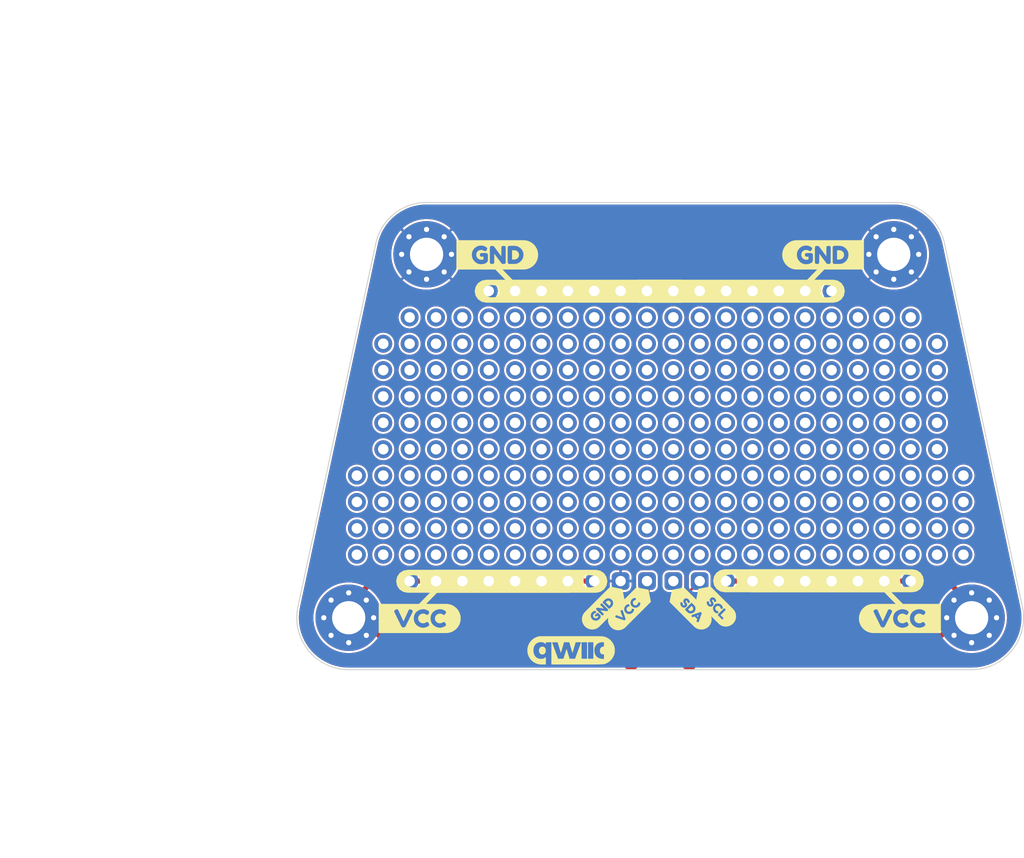
<source format=kicad_pcb>
(kicad_pcb (version 20211014) (generator pcbnew)
  (title_block (title "BornHack 2022 badge add-on template") (date "2022-06-26") (rev "1.0"))
  (layers (0 "F.Cu" signal) (31 "B.Cu" signal) (34 "B.Paste" user) (35 "F.Paste" user) (36 "B.SilkS" user "B.Silkscreen") (37 "F.SilkS" user "F.Silkscreen") (38 "B.Mask" user) (39 "F.Mask" user) (44 "Edge.Cuts" user))
  (net 0 "")
  (net 1 "GND")
  (net 2 "VCC")
  (net 3 "/SDA")
  (net 4 "/SCL")
  (footprint "Connectors:PTH_Proto_pad" (layer "F.Cu") (at 68.33 76.39)
    (fp_text reference "REF**" hide)
    (fp_text value "PTH_Proto_pad" hide)
  )
  (footprint "Connectors:PTH_Proto_pad" (layer "F.Cu") (at 81.03 63.69)
    (fp_text reference "REF**" hide)
    (fp_text value "PTH_Proto_pad" hide)
  )
  (footprint "Connectors:PTH_Proto_pad" (layer "F.Cu") (at 108.97 78.93)
    (fp_text reference "REF**" hide)
    (fp_text value "PTH_Proto_pad" hide)
  )
  (footprint "Connectors:PTH_Proto_pad" (layer "F.Cu") (at 70.87 73.85)
    (fp_text reference "REF**" hide)
    (fp_text value "PTH_Proto_pad" hide)
  )
  (footprint "Connectors:PTH_Proto_pad" (layer "F.Cu") (at 119.13 66.23)
    (fp_text reference "REF**" hide)
    (fp_text value "PTH_Proto_pad" hide)
  )
  (footprint "Connectors:PTH_Proto_pad" (layer "F.Cu") (at 86.11 76.39)
    (fp_text reference "REF**" hide)
    (fp_text value "PTH_Proto_pad" hide)
  )
  (footprint "Connectors:PTH_Proto_pad" (layer "F.Cu") (at 98.81 66.23)
    (fp_text reference "REF**" hide)
    (fp_text value "PTH_Proto_pad" hide)
  )
  (footprint "Connectors:PTH_Proto_pad" (layer "F.Cu") (at 96.27 78.93)
    (fp_text reference "REF**" hide)
    (fp_text value "PTH_Proto_pad" hide)
  )
  (footprint "Connectors:PTH_Proto_pad" (layer "F.Cu") (at 116.59 66.23)
    (fp_text reference "REF**" hide)
    (fp_text value "PTH_Proto_pad" hide)
  )
  (footprint "kibuzzard-62B83631" (layer "F.Cu") (at 100.35 83.89 -45)
    (fp_text reference "kibuzzard-62B83631" hide)
    (fp_text value "G***" hide)
  )
  (footprint "Connectors:PTH_Proto_pad" (layer "F.Cu") (at 101.35 66.23)
    (fp_text reference "REF**" hide)
    (fp_text value "PTH_Proto_pad" hide)
  )
  (footprint "Connectors:PTH_Proto_pad" (layer "F.Cu") (at 108.97 71.31)
    (fp_text reference "REF**" hide)
    (fp_text value "PTH_Proto_pad" hide)
  )
  (footprint "Connectors:PTH_Proto_pad" (layer "F.Cu") (at 98.81 58.61)
    (fp_text reference "REF**" hide)
    (fp_text value "PTH_Proto_pad" hide)
  )
  (footprint "Connectors:PTH_Proto_pad" (layer "F.Cu") (at 88.65 81.47)
    (fp_text reference "REF**" hide)
    (fp_text value "PTH_Proto_pad" hide)
  )
  (footprint "Connectors:PTH_Proto_pad" (layer "F.Cu") (at 114.05 58.61)
    (fp_text reference "REF**" hide)
    (fp_text value "PTH_Proto_pad" hide)
  )
  (footprint "Connectors:PTH_Proto_pad" (layer "F.Cu") (at 121.67 73.85)
    (fp_text reference "REF**" hide)
    (fp_text value "PTH_Proto_pad" hide)
  )
  (footprint "Connectors:PTH_Proto_pad" (layer "F.Cu") (at 88.65 73.85)
    (fp_text reference "REF**" hide)
    (fp_text value "PTH_Proto_pad" hide)
  )
  (footprint "Connectors:PTH_Proto_pad" (layer "F.Cu") (at 91.19 61.15)
    (fp_text reference "REF**" hide)
    (fp_text value "PTH_Proto_pad" hide)
  )
  (footprint "Connectors:PTH_Proto_pad" (layer "F.Cu") (at 83.57 53.53)
    (fp_text reference "REF**" hide)
    (fp_text value "PTH_Proto_pad" hide)
  )
  (footprint "Connectors:PTH_Proto_pad" (layer "F.Cu") (at 96.27 61.15)
    (fp_text reference "REF**" hide)
    (fp_text value "PTH_Proto_pad" hide)
  )
  (footprint "Connectors:PTH_Proto_pad" (layer "F.Cu") (at 83.57 81.47)
    (fp_text reference "REF**" hide)
    (fp_text value "PTH_Proto_pad" hide)
  )
  (footprint "Connectors:PTH_Proto_pad" (layer "F.Cu") (at 73.41 56.07)
    (fp_text reference "REF**" hide)
    (fp_text value "PTH_Proto_pad" hide)
  )
  (footprint "Connectors:PTH_Proto_pad" (layer "F.Cu") (at 88.65 68.77)
    (fp_text reference "REF**" hide)
    (fp_text value "PTH_Proto_pad" hide)
  )
  (footprint "kibuzzard-62B83731" (layer "F.Cu") (at 71.84 85.07)
    (fp_text reference "kibuzzard-62B83731" hide)
    (fp_text value "G***" hide)
  )
  (footprint "Connectors:PTH_Proto_pad" (layer "F.Cu") (at 78.49 61.15)
    (fp_text reference "REF**" hide)
    (fp_text value "PTH_Proto_pad" hide)
  )
  (footprint "Connectors:PTH_Proto_pad" (layer "F.Cu") (at 101.35 73.85)
    (fp_text reference "REF**" hide)
    (fp_text value "PTH_Proto_pad" hide)
  )
  (footprint "Connectors:PTH_Proto_pad" (layer "F.Cu") (at 98.81 78.93)
    (fp_text reference "REF**" hide)
    (fp_text value "PTH_Proto_pad" hide)
  )
  (footprint "Connectors:PTH_Proto_pad" (layer "F.Cu") (at 91.19 68.77)
    (fp_text reference "REF**" hide)
    (fp_text value "PTH_Proto_pad" hide)
  )
  (footprint "Connectors:PTH_Proto_pad" (layer "F.Cu") (at 91.19 73.85)
    (fp_text reference "REF**" hide)
    (fp_text value "PTH_Proto_pad" hide)
  )
  (footprint "Connectors:PTH_Proto_pad" (layer "F.Cu") (at 98.81 53.53)
    (fp_text reference "REF**" hide)
    (fp_text value "PTH_Proto_pad" hide)
  )
  (footprint "Connectors:PTH_Proto_pad" (layer "F.Cu") (at 106.43 76.39)
    (fp_text reference "REF**" hide)
    (fp_text value "PTH_Proto_pad" hide)
  )
  (footprint "Connectors:PTH_Proto_pad" (layer "F.Cu") (at 108.97 81.47)
    (fp_text reference "REF**" hide)
    (fp_text value "PTH_Proto_pad" hide)
  )
  (footprint "Connectors:PTH_Proto_pad" (layer "F.Cu") (at 111.51 56.07)
    (fp_text reference "REF**" hide)
    (fp_text value "PTH_Proto_pad" hide)
  )
  (footprint "Connectors:PTH_Proto_pad" (layer "F.Cu") (at 91.19 53.53)
    (fp_text reference "REF**" hide)
    (fp_text value "PTH_Proto_pad" hide)
  )
  (footprint "MountingHole:MountingHole_3.2mm_M3_Pad_Via" (layer "F.Cu") (at 125 85)
    (fp_text reference "REF**" hide)
    (fp_text value "MountingHole_3.2mm_M3_Pad_Via" hide)
  )
  (footprint "Connectors:PTH_Proto_pad" (layer "F.Cu") (at 93.73 66.23)
    (fp_text reference "REF**" hide)
    (fp_text value "PTH_Proto_pad" hide)
  )
  (footprint "Connectors:PTH_Proto_pad" (layer "F.Cu") (at 93.73 58.61)
    (fp_text reference "REF**" hide)
    (fp_text value "PTH_Proto_pad" hide)
  )
  (footprint "Connectors:PTH_Proto_pad" (layer "F.Cu") (at 124.21 76.39)
    (fp_text reference "REF**" hide)
    (fp_text value "PTH_Proto_pad" hide)
  )
  (footprint "Connectors:PTH_Proto_pad" (layer "F.Cu") (at 121.67 68.77)
    (fp_text reference "REF**" hide)
    (fp_text value "PTH_Proto_pad" hide)
  )
  (footprint "Connectors:PTH_Proto_pad" (layer "F.Cu") (at 116.59 63.69)
    (fp_text reference "REF**" hide)
    (fp_text value "PTH_Proto_pad" hide)
  )
  (footprint "kibuzzard-62B83747" (layer "F.Cu") (at 118.09 85.07)
    (fp_text reference "kibuzzard-62B83747" hide)
    (fp_text value "G***" hide)
  )
  (footprint "Connectors:PTH_Proto_pad" (layer "F.Cu") (at 78.49 76.39)
    (fp_text reference "REF**" hide)
    (fp_text value "PTH_Proto_pad" hide)
  )
  (footprint "Connectors:PTH_Proto_pad" (layer "F.Cu") (at 78.49 68.77)
    (fp_text reference "REF**" hide)
    (fp_text value "PTH_Proto_pad" hide)
  )
  (footprint "Connector_PinHeader_2.54mm:PinHeader_1x04_P2.54mm_Vertical" (layer "F.Cu") (at 91.19 81.47 90)
    (fp_text reference "J2" hide)
    (fp_text value "Conn_01x04_Male" hide)
  )
  (footprint "Connectors:PTH_Proto_pad" (layer "F.Cu") (at 68.33 78.93)
    (fp_text reference "REF**" hide)
    (fp_text value "PTH_Proto_pad" hide)
  )
  (footprint "Connectors:PTH_Proto_pad" (layer "F.Cu") (at 98.81 56.07)
    (fp_text reference "REF**" hide)
    (fp_text value "PTH_Proto_pad" hide)
  )
  (footprint "Connectors:PTH_Proto_pad" (layer "F.Cu") (at 83.57 71.31)
    (fp_text reference "REF**" hide)
    (fp_text value "PTH_Proto_pad" hide)
  )
  (footprint "Connectors:PTH_Proto_pad" (layer "F.Cu") (at 68.33 66.23)
    (fp_text reference "REF**" hide)
    (fp_text value "PTH_Proto_pad" hide)
  )
  (footprint "Connectors:PTH_Proto_pad" (layer "F.Cu") (at 86.11 53.53)
    (fp_text reference "REF**" hide)
    (fp_text value "PTH_Proto_pad" hide)
  )
  (footprint "kibuzzard-62B83614" (layer "F.Cu") (at 97.9 84.08 -45)
    (fp_text reference "kibuzzard-62B83614" hide)
    (fp_text value "G***" hide)
  )
  (footprint "Connectors:PTH_Proto_pad" (layer "F.Cu") (at 124.21 71.31)
    (fp_text reference "REF**" hide)
    (fp_text value "PTH_Proto_pad" hide)
  )
  (footprint "kibuzzard-62B83AAD" (layer "F.Cu") (at 81.04 81.49)
    (fp_text reference "kibuzzard-62B83AAD" hide)
    (fp_text value "G***" hide)
  )
  (footprint "kibuzzard-62B83AAD" (layer "F.Cu") (at 108.98 81.44)
    (fp_text reference "kibuzzard-62B83AAD" hide)
    (fp_text value "G***" hide)
  )
  (footprint "Connectors:PTH_Proto_pad" (layer "F.Cu") (at 103.89 68.77)
    (fp_text reference "REF**" hide)
    (fp_text value "PTH_Proto_pad" hide)
  )
  (footprint "kibuzzard-62B83AAD" (layer "F.Cu") (at 111.52 81.44)
    (fp_text reference "kibuzzard-62B83AAD" hide)
    (fp_text value "G***" hide)
  )
  (footprint "kibuzzard-62B8371F" (layer "F.Cu") (at 79.31 50.05)
    (fp_text reference "kibuzzard-62B8371F" hide)
    (fp_text value "G***" hide)
  )
  (footprint "Connectors:PTH_Proto_pad" (layer "F.Cu") (at 98.81 73.85)
    (fp_text reference "REF**" hide)
    (fp_text value "PTH_Proto_pad" hide)
  )
  (footprint "Connectors:PTH_Proto_pad" (layer "F.Cu") (at 96.27 58.61)
    (fp_text reference "REF**" hide)
    (fp_text value "PTH_Proto_pad" hide)
  )
  (footprint "Connectors:PTH_Proto_pad" (layer "F.Cu") (at 88.65 78.93)
    (fp_text reference "REF**" hide)
    (fp_text value "PTH_Proto_pad" hide)
  )
  (footprint "Connectors:PTH_Proto_pad" (layer "F.Cu") (at 91.19 76.39)
    (fp_text reference "REF**" hide)
    (fp_text value "PTH_Proto_pad" hide)
  )
  (footprint "Connectors:PTH_Proto_pad" (layer "F.Cu") (at 111.51 58.61)
    (fp_text reference "REF**" hide)
    (fp_text value "PTH_Proto_pad" hide)
  )
  (footprint "Connectors:PTH_Proto_pad" (layer "F.Cu") (at 98.81 63.69)
    (fp_text reference "REF**" hide)
    (fp_text value "PTH_Proto_pad" hide)
  )
  (footprint "Connectors:PTH_Proto_pad" (layer "F.Cu") (at 81.03 71.31)
    (fp_text reference "REF**" hide)
    (fp_text value "PTH_Proto_pad" hide)
  )
  (footprint "Connectors:PTH_Proto_pad" (layer "F.Cu") (at 70.87 61.15)
    (fp_text reference "REF**" hide)
    (fp_text value "PTH_Proto_pad" hide)
  )
  (footprint "Connectors:PTH_Proto_pad" (layer "F.Cu") (at 83.57 76.39)
    (fp_text reference "REF**" hide)
    (fp_text value "PTH_Proto_pad" hide)
  )
  (footprint "Connectors:PTH_Proto_pad" (layer "F.Cu") (at 108.97 58.61)
    (fp_text reference "REF**" hide)
    (fp_text value "PTH_Proto_pad" hide)
  )
  (footprint "Connectors:PTH_Proto_pad" (layer "F.Cu") (at 75.95 56.07)
    (fp_text reference "REF**" hide)
    (fp_text value "PTH_Proto_pad" hide)
  )
  (footprint "Connectors:PTH_Proto_pad" (layer "F.Cu") (at 116.59 68.77)
    (fp_text reference "REF**" hide)
    (fp_text value "PTH_Proto_pad" hide)
  )
  (footprint "Connectors:PTH_Proto_pad" (layer "F.Cu") (at 103.89 63.69)
    (fp_text reference "REF**" hide)
    (fp_text value "PTH_Proto_pad" hide)
  )
  (footprint "Connectors:PTH_Proto_pad" (layer "F.Cu") (at 78.49 58.61)
    (fp_text reference "REF**" hide)
    (fp_text value "PTH_Proto_pad" hide)
  )
  (footprint "Connectors:PTH_Proto_pad" (layer "F.Cu") (at 88.65 71.31)
    (fp_text reference "REF**" hide)
    (fp_text value "PTH_Proto_pad" hide)
  )
  (footprint "Connectors:PTH_Proto_pad" (layer "F.Cu") (at 121.67 71.31)
    (fp_text reference "REF**" hide)
    (fp_text value "PTH_Proto_pad" hide)
  )
  (footprint "Connectors:PTH_Proto_pad" (layer "F.Cu") (at 101.35 76.39)
    (fp_text reference "REF**" hide)
    (fp_text value "PTH_Proto_pad" hide)
  )
  (footprint "Connectors:PTH_Proto_pad" (layer "F.Cu") (at 121.67 63.69)
    (fp_text reference "REF**" hide)
    (fp_text value "PTH_Proto_pad" hide)
  )
  (footprint "Connectors:PTH_Proto_pad" (layer "F.Cu") (at 93.73 76.39)
    (fp_text reference "REF**" hide)
    (fp_text value "PTH_Proto_pad" hide)
  )
  (footprint "Connectors:PTH_Proto_pad" (layer "F.Cu") (at 116.59 58.61)
    (fp_text reference "REF**" hide)
    (fp_text value "PTH_Proto_pad" hide)
  )
  (footprint "Connectors:PTH_Proto_pad" (layer "F.Cu") (at 114.05 68.77)
    (fp_text reference "REF**" hide)
    (fp_text value "PTH_Proto_pad" hide)
  )
  (footprint "Connectors:PTH_Proto_pad" (layer "F.Cu") (at 93.73 56.07)
    (fp_text reference "REF**" hide)
    (fp_text value "PTH_Proto_pad" hide)
  )
  (footprint "Connectors:PTH_Proto_pad" (layer "F.Cu") (at 65.79 76.39)
    (fp_text reference "REF**" hide)
    (fp_text value "PTH_Proto_pad" hide)
  )
  (footprint "Connectors:PTH_Proto_pad" (layer "F.Cu") (at 68.33 61.15)
    (fp_text reference "REF**" hide)
    (fp_text value "PTH_Proto_pad" hide)
  )
  (footprint "Connectors:PTH_Proto_pad" (layer "F.Cu") (at 101.35 56.07)
    (fp_text reference "REF**" hide)
    (fp_text value "PTH_Proto_pad" hide)
  )
  (footprint "Connectors:PTH_Proto_pad" (layer "F.Cu") (at 73.41 63.69)
    (fp_text reference "REF**" hide)
    (fp_text value "PTH_Proto_pad" hide)
  )
  (footprint "Connectors:PTH_Proto_pad" (layer "F.Cu") (at 121.67 61.15)
    (fp_text reference "REF**" hide)
    (fp_text value "PTH_Proto_pad" hide)
  )
  (footprint "Connectors:PTH_Proto_pad" (layer "F.Cu") (at 91.19 78.93)
    (fp_text reference "REF**" hide)
    (fp_text value "PTH_Proto_pad" hide)
  )
  (footprint "Connectors:PTH_Proto_pad" (layer "F.Cu") (at 73.41 76.39)
    (fp_text reference "REF**" hide)
    (fp_text value "PTH_Proto_pad" hide)
  )
  (footprint "Connectors:PTH_Proto_pad" (layer "F.Cu") (at 111.51 66.23)
    (fp_text reference "REF**" hide)
    (fp_text value "PTH_Proto_pad" hide)
  )
  (footprint "Connectors:PTH_Proto_pad" (layer "F.Cu") (at 111.51 76.39)
    (fp_text reference "REF**" hide)
    (fp_text value "PTH_Proto_pad" hide)
  )
  (footprint "Connectors:PTH_Proto_pad" (layer "F.Cu") (at 81.03 66.23)
    (fp_text reference "REF**" hide)
    (fp_text value "PTH_Proto_pad" hide)
  )
  (footprint "Connectors:PTH_Proto_pad" (layer "F.Cu") (at 111.51 53.53)
    (fp_text reference "REF**" hide)
    (fp_text value "PTH_Proto_pad" hide)
  )
  (footprint "Connectors:PTH_Proto_pad" (layer "F.Cu") (at 111.51 61.15)
    (fp_text reference "REF**" hide)
    (fp_text value "PTH_Proto_pad" hide)
  )
  (footprint "Connectors:PTH_Proto_pad" (layer "F.Cu") (at 75.95 76.39)
    (fp_text reference "REF**" hide)
    (fp_text value "PTH_Proto_pad" hide)
  )
  (footprint "Connectors:PTH_Proto_pad" (layer "F.Cu") (at 78.49 63.69)
    (fp_text reference "REF**" hide)
    (fp_text value "PTH_Proto_pad" hide)
  )
  (footprint "Connectors:PTH_Proto_pad" (layer "F.Cu") (at 88.65 61.15)
    (fp_text reference "REF**" hide)
    (fp_text value "PTH_Proto_pad" hide)
  )
  (footprint "Connectors:PTH_Proto_pad" (layer "F.Cu") (at 83.57 61.15)
    (fp_text reference "REF**" hide)
    (fp_text value "PTH_Proto_pad" hide)
  )
  (footprint "Connectors:PTH_Proto_pad" (layer "F.Cu") (at 111.51 81.47)
    (fp_text reference "REF**" hide)
    (fp_text value "PTH_Proto_pad" hide)
  )
  (footprint "Connectors:PTH_Proto_pad" (layer "F.Cu") (at 70.87 56.07)
    (fp_text reference "REF**" hide)
    (fp_text value "PTH_Proto_pad" hide)
  )
  (footprint "Connectors:PTH_Proto_pad" (layer "F.Cu") (at 106.43 61.15)
    (fp_text reference "REF**" hide)
    (fp_text value "PTH_Proto_pad" hide)
  )
  (footprint "Connectors:PTH_Proto_pad" (layer "F.Cu") (at 98.81 61.15)
    (fp_text reference "REF**" hide)
    (fp_text value "PTH_Proto_pad" hide)
  )
  (footprint "Connectors:PTH_Proto_pad" (layer "F.Cu") (at 108.97 63.69)
    (fp_text reference "REF**" hide)
    (fp_text value "PTH_Proto_pad" hide)
  )
  (footprint "Connectors:PTH_Proto_pad" (layer "F.Cu") (at 103.89 71.31)
    (fp_text reference "REF**" hide)
    (fp_text value "PTH_Proto_pad" hide)
  )
  (footprint "Connectors:PTH_Proto_pad" (layer "F.Cu") (at 93.73 63.69)
    (fp_text reference "REF**" hide)
    (fp_text value "PTH_Proto_pad" hide)
  )
  (footprint "Connectors:PTH_Proto_pad" (layer "F.Cu") (at 106.43 53.53)
    (fp_text reference "REF**" hide)
    (fp_text value "PTH_Proto_pad" hide)
  )
  (footprint "LOGO" (layer "F.Cu") (at 86.375587 88.114973)
    (fp_text reference "G***" hide)
    (fp_text value "LOGO" hide)
  )
  (footprint "Connectors:PTH_Proto_pad" (layer "F.Cu") (at 75.95 63.69)
    (fp_text reference "REF**" hide)
    (fp_text value "PTH_Proto_pad" hide)
  )
  (footprint "MountingHole:MountingHole_3.2mm_M3_Pad_Via" (layer "F.Cu") (at 117.5 50)
    (fp_text reference "REF**" hide)
    (fp_text value "MountingHole_3.2mm_M3_Pad_Via" hide)
  )
  (footprint "Connectors:PTH_Proto_pad" (layer "F.Cu") (at 116.59 81.47)
    (fp_text reference "REF**" hide)
    (fp_text value "PTH_Proto_pad" hide)
  )
  (footprint "Connectors:PTH_Proto_pad" (layer "F.Cu") (at 93.73 53.53)
    (fp_text reference "REF**" hide)
    (fp_text value "PTH_Proto_pad" hide)
  )
  (footprint "Connectors:PTH_Proto_pad" (layer "F.Cu") (at 65.79 78.93)
    (fp_text reference "REF**" hide)
    (fp_text value "PTH_Proto_pad" hide)
  )
  (footprint "Connectors:PTH_Proto_pad" (layer "F.Cu") (at 96.27 76.39)
    (fp_text reference "REF**" hide)
    (fp_text value "PTH_Proto_pad" hide)
  )
  (footprint "Connectors:PTH_Proto_pad" (layer "F.Cu") (at 88.65 53.53)
    (fp_text reference "REF**" hide)
    (fp_text value "PTH_Proto_pad" hide)
  )
  (footprint "Connectors:PTH_Proto_pad" (layer "F.Cu") (at 108.97 73.85)
    (fp_text reference "REF**" hide)
    (fp_text value "PTH_Proto_pad" hide)
  )
  (footprint "Connectors:PTH_Proto_pad" (layer "F.Cu") (at 103.89 53.53)
    (fp_text reference "REF**" hide)
    (fp_text value "PTH_Proto_pad" hide)
  )
  (footprint "Connectors:PTH_Proto_pad" (layer "F.Cu") (at 114.05 66.23)
    (fp_text reference "REF**" hide)
    (fp_text value "PTH_Proto_pad" hide)
  )
  (footprint "Connectors:PTH_Proto_pad" (layer "F.Cu") (at 103.89 66.23)
    (fp_text reference "REF**" hide)
    (fp_text value "PTH_Proto_pad" hide)
  )
  (footprint "Connectors:PTH_Proto_pad" (layer "F.Cu") (at 108.97 53.53)
    (fp_text reference "REF**" hide)
    (fp_text value "PTH_Proto_pad" hide)
  )
  (footprint "Connectors:PTH_Proto_pad" (layer "F.Cu") (at 101.35 58.61)
    (fp_text reference "REF**" hide)
    (fp_text value "PTH_Proto_pad" hide)
  )
  (footprint "Connectors:PTH_Proto_pad" (layer "F.Cu") (at 103.89 76.39)
    (fp_text reference "REF**" hide)
    (fp_text value "PTH_Proto_pad" hide)
  )
  (footprint "Connectors:PTH_Proto_pad" (layer "F.Cu") (at 124.21 78.93)
    (fp_text reference "REF**" hide)
    (fp_text value "PTH_Proto_pad" hide)
  )
  (footprint "Connectors:PTH_Proto_pad" (layer "F.Cu") (at 114.05 63.69)
    (fp_text reference "REF**" hide)
    (fp_text value "PTH_Proto_pad" hide)
  )
  (footprint "Connectors:PTH_Proto_pad" (layer "F.Cu") (at 81.03 68.77)
    (fp_text reference "REF**" hide)
    (fp_text value "PTH_Proto_pad" hide)
  )
  (footprint "Connectors:PTH_Proto_pad" (layer "F.Cu") (at 81.03 76.39)
    (fp_text reference "REF**" hide)
    (fp_text value "PTH_Proto_pad" hide)
  )
  (footprint "Connectors:PTH_Proto_pad" (layer "F.Cu") (at 101.35 68.77)
    (fp_text reference "REF**" hide)
    (fp_text value "PTH_Proto_pad" hide)
  )
  (footprint "Connectors:PTH_Proto_pad" (layer "F.Cu") (at 93.73 73.85)
    (fp_text reference "REF**" hide)
    (fp_text value "PTH_Proto_pad" hide)
  )
  (footprint "Connectors:PTH_Proto_pad" (layer "F.Cu") (at 114.05 56.07)
    (fp_text reference "REF**" hide)
    (fp_text value "PTH_Proto_pad" hide)
  )
  (footprint "Connectors:PTH_Proto_pad" (layer "F.Cu") (at 88.65 63.69)
    (fp_text reference "REF**" hide)
    (fp_text value "PTH_Proto_pad" hide)
  )
  (footprint "Connectors:PTH_Proto_pad" (layer "F.Cu") (at 75.95 81.47)
    (fp_text reference "REF**" hide)
    (fp_text value "PTH_Proto_pad" hide)
  )
  (footprint "Connectors:PTH_Proto_pad" (layer "F.Cu") (at 70.87 78.93)
    (fp_text reference "REF**" hide)
    (fp_text value "PTH_Proto_pad" hide)
  )
  (footprint "Connectors:PTH_Proto_pad" (layer "F.Cu") (at 106.43 71.31)
    (fp_text reference "REF**" hide)
    (fp_text value "PTH_Proto_pad" hide)
  )
  (footprint "Connectors:PTH_Proto_pad" (layer "F.Cu") (at 121.67 78.93)
    (fp_text reference "REF**" hide)
    (fp_text value "PTH_Proto_pad" hide)
  )
  (footprint "Connectors:PTH_Proto_pad" (layer "F.Cu") (at 111.51 78.93)
    (fp_text reference "REF**" hide)
    (fp_text value "PTH_Proto_pad" hide)
  )
  (footprint "Connectors:PTH_Proto_pad" (layer "F.Cu") (at 68.33 71.31)
    (fp_text reference "REF**" hide)
    (fp_text value "PTH_Proto_pad" hide)
  )
  (footprint "kibuzzard-62B83A14" (layer "F.Cu") (at 102.3 53.55)
    (fp_text reference "kibuzzard-62B83A14" hide)
    (fp_text value "G***" hide)
  )
  (footprint "Connectors:PTH_Proto_pad" (layer "F.Cu") (at 86.11 71.31)
    (fp_text reference "REF**" hide)
    (fp_text value "PTH_Proto_pad" hide)
  )
  (footprint "Connectors:PTH_Proto_pad" (layer "F.Cu") (at 68.33 68.77)
    (fp_text reference "REF**" hide)
    (fp_text value "PTH_Proto_pad" hide)
  )
  (footprint "Connectors:PTH_Proto_pad" (layer "F.Cu") (at 108.97 76.39)
    (fp_text reference "REF**" hide)
    (fp_text value "PTH_Proto_pad" hide)
  )
  (footprint "Connectors:PTH_Proto_pad" (layer "F.Cu") (at 101.35 53.53)
    (fp_text reference "REF**" hide)
    (fp_text value "PTH_Proto_pad" hide)
  )
  (footprint "Connectors:PTH_Proto_pad" (layer "F.Cu") (at 101.35 63.69)
    (fp_text reference "REF**" hide)
    (fp_text value "PTH_Proto_pad" hide)
  )
  (footprint "Connectors:PTH_Proto_pad" (layer "F.Cu") (at 86.11 78.93)
    (fp_text reference "REF**" hide)
    (fp_text value "PTH_Proto_pad" hide)
  )
  (footprint "Connectors:PTH_Proto_pad" (layer "F.Cu") (at 75.95 66.23)
    (fp_text reference "REF**" hide)
    (fp_text value "PTH_Proto_pad" hide)
  )
  (footprint "Connectors:PTH_Proto_pad" (layer "F.Cu") (at 108.97 61.15)
    (fp_text reference "REF**" hide)
    (fp_text value "PTH_Proto_pad" hide)
  )
  (footprint "Connectors:PTH_Proto_pad" (layer "F.Cu") (at 119.13 73.85)
    (fp_text reference "REF**" hide)
    (fp_text value "PTH_Proto_pad" hide)
  )
  (footprint "Connectors:PTH_Proto_pad" (layer "F.Cu") (at 73.41 73.85)
    (fp_text reference "REF**" hide)
    (fp_text value "PTH_Proto_pad" hide)
  )
  (footprint "Connectors:PTH_Proto_pad" (layer "F.Cu") (at 91.19 63.69)
    (fp_text reference "REF**" hide)
    (fp_text value "PTH_Proto_pad" hide)
  )
  (footprint "Connectors:PTH_Proto_pad" (layer "F.Cu") (at 108.97 68.77)
    (fp_text reference "REF**" hide)
    (fp_text value "PTH_Proto_pad" hide)
  )
  (footprint "Connectors:PTH_Proto_pad" (layer "F.Cu") (at 101.35 61.15)
    (fp_text reference "REF**" hide)
    (fp_text value "PTH_Proto_pad" hide)
  )
  (footprint "Connectors:PTH_Proto_pad" (layer "F.Cu") (at 106.43 73.85)
    (fp_text reference "REF**" hide)
    (fp_text value "PTH_Proto_pad" hide)
  )
  (footprint "Connectors:PTH_Proto_pad" (layer "F.Cu") (at 70.87 76.39)
    (fp_text reference "REF**" hide)
    (fp_text value "PTH_Proto_pad" hide)
  )
  (footprint "Connectors:PTH_Proto_pad" (layer "F.Cu") (at 106.43 78.93)
    (fp_text reference "REF**" hide)
    (fp_text value "PTH_Proto_pad" hide)
  )
  (footprint "Connectors:PTH_Proto_pad" (layer "F.Cu") (at 86.11 81.47)
    (fp_text reference "REF**" hide)
    (fp_text value "PTH_Proto_pad" hide)
  )
  (footprint "Connectors:PTH_Proto_pad" (layer "F.Cu") (at 78.49 71.31)
    (fp_text reference "REF**" hide)
    (fp_text value "PTH_Proto_pad" hide)
  )
  (footprint "Connectors:PTH_Proto_pad" (layer "F.Cu") (at 101.35 78.93)
    (fp_text reference "REF**" hide)
    (fp_text value "PTH_Proto_pad" hide)
  )
  (footprint "Connectors:PTH_Proto_pad" (layer "F.Cu") (at 114.05 78.93)
    (fp_text reference "REF**" hide)
    (fp_text value "PTH_Proto_pad" hide)
  )
  (footprint "Connectors:PTH_Proto_pad" (layer "F.Cu") (at 75.95 68.77)
    (fp_text reference "REF**" hide)
    (fp_text value "PTH_Proto_pad" hide)
  )
  (footprint "Connectors:PTH_Proto_pad" (layer "F.Cu") (at 106.43 63.69)
    (fp_text reference "REF**" hide)
    (fp_text value "PTH_Proto_pad" hide)
  )
  (footprint "Connectors:PTH_Proto_pad" (layer "F.Cu") (at 98.81 68.77)
    (fp_text reference "REF**" hide)
    (fp_text value "PTH_Proto_pad" hide)
  )
  (footprint "Connectors:PTH_Proto_pad" (layer "F.Cu") (at 86.11 66.23)
    (fp_text reference "REF**" hide)
    (fp_text value "PTH_Proto_pad" hide)
  )
  (footprint "Connectors:PTH_Proto_pad" (layer "F.Cu") (at 96.27 63.69)
    (fp_text reference "REF**" hide)
    (fp_text value "PTH_Proto_pad" hide)
  )
  (footprint "MountingHole:MountingHole_3.2mm_M3_Pad_Via" (layer "F.Cu") (at 65 85)
    (fp_text reference "REF**" hide)
    (fp_text value "MountingHole_3.2mm_M3_Pad_Via" hide)
  )
  (footprint "MountingHole:MountingHole_3.2mm_M3_Pad_Via" (layer "F.Cu") (at 72.5 50)
    (fp_text reference "REF**" hide)
    (fp_text value "MountingHole_3.2mm_M3_Pad_Via" hide)
  )
  (footprint "Connectors:PTH_Proto_pad" (layer "F.Cu") (at 119.13 78.93)
    (fp_text reference "REF**" hide)
    (fp_text value "PTH_Proto_pad" hide)
  )
  (footprint "Connector_JST:JST_SH_SM04B-SRSS-TB_1x04-1MP_P1.00mm_Horizontal" (layer "F.Cu") (at 95 87.185)
    (fp_text reference "J1" hide)
    (fp_text value "Qwiic" hide)
  )
  (footprint "Connectors:PTH_Proto_pad" (layer "F.Cu") (at 81.03 73.85)
    (fp_text reference "REF**" hide)
    (fp_text value "PTH_Proto_pad" hide)
  )
  (footprint "Connectors:PTH_Proto_pad" (layer "F.Cu") (at 96.27 66.23)
    (fp_text reference "REF**" hide)
    (fp_text value "PTH_Proto_pad" hide)
  )
  (footprint "Connectors:PTH_Proto_pad" (layer "F.Cu") (at 73.41 71.31)
    (fp_text reference "REF**" hide)
    (fp_text value "PTH_Proto_pad" hide)
  )
  (footprint "Connectors:PTH_Proto_pad" (layer "F.Cu") (at 121.67 66.23)
    (fp_text reference "REF**" hide)
    (fp_text value "PTH_Proto_pad" hide)
  )
  (footprint "Connectors:PTH_Proto_pad" (layer "F.Cu") (at 78.49 53.53)
    (fp_text reference "REF**" hide)
    (fp_text value "PTH_Proto_pad" hide)
  )
  (footprint "Connectors:PTH_Proto_pad" (layer "F.Cu") (at 93.73 68.77)
    (fp_text reference "REF**" hide)
    (fp_text value "PTH_Proto_pad" hide)
  )
  (footprint "Connectors:PTH_Proto_pad" (layer "F.Cu") (at 119.13 68.77)
    (fp_text reference "REF**" hide)
    (fp_text value "PTH_Proto_pad" hide)
  )
  (footprint "Connectors:PTH_Proto_pad" (layer "F.Cu") (at 103.89 73.85)
    (fp_text reference "REF**" hide)
    (fp_text value "PTH_Proto_pad" hide)
  )
  (footprint "Connectors:PTH_Proto_pad" (layer "F.Cu") (at 93.73 71.31)
    (fp_text reference "REF**" hide)
    (fp_text value "PTH_Proto_pad" hide)
  )
  (footprint "Connectors:PTH_Proto_pad" (layer "F.Cu") (at 73.41 68.77)
    (fp_text reference "REF**" hide)
    (fp_text value "PTH_Proto_pad" hide)
  )
  (footprint "Connectors:PTH_Proto_pad" (layer "F.Cu") (at 106.43 68.77)
    (fp_text reference "REF**" hide)
    (fp_text value "PTH_Proto_pad" hide)
  )
  (footprint "Connectors:PTH_Proto_pad" (layer "F.Cu") (at 75.95 78.93)
    (fp_text reference "REF**" hide)
    (fp_text value "PTH_Proto_pad" hide)
  )
  (footprint "Connectors:PTH_Proto_pad" (layer "F.Cu") (at 81.03 58.61)
    (fp_text reference "REF**" hide)
    (fp_text value "PTH_Proto_pad" hide)
  )
  (footprint "Connectors:PTH_Proto_pad" (layer "F.Cu") (at 81.03 53.53)
    (fp_text reference "REF**" hide)
    (fp_text value "PTH_Proto_pad" hide)
  )
  (footprint "Connectors:PTH_Proto_pad" (layer "F.Cu") (at 78.49 56.07)
    (fp_text reference "REF**" hide)
    (fp_text value "PTH_Proto_pad" hide)
  )
  (footprint "Connectors:PTH_Proto_pad" (layer "F.Cu") (at 114.05 73.85)
    (fp_text reference "REF**" hide)
    (fp_text value "PTH_Proto_pad" hide)
  )
  (footprint "Connectors:PTH_Proto_pad" (layer "F.Cu") (at 81.03 61.15)
    (fp_text reference "REF**" hide)
    (fp_text value "PTH_Proto_pad" hide)
  )
  (footprint "Connectors:PTH_Proto_pad" (layer "F.Cu") (at 81.03 78.93)
    (fp_text reference "REF**" hide)
    (fp_text value "PTH_Proto_pad" hide)
  )
  (footprint "Connectors:PTH_Proto_pad" (layer "F.Cu") (at 68.33 58.61)
    (fp_text reference "REF**" hide)
    (fp_text value "PTH_Proto_pad" hide)
  )
  (footprint "Connectors:PTH_Proto_pad" (layer "F.Cu") (at 81.03 56.07)
    (fp_text reference "REF**" hide)
    (fp_text value "PTH_Proto_pad" hide)
  )
  (footprint "Connectors:PTH_Proto_pad" (layer "F.Cu") (at 103.89 81.47)
    (fp_text reference "REF**" hide)
    (fp_text value "PTH_Proto_pad" hide)
  )
  (footprint "Connectors:PTH_Proto_pad" (layer "F.Cu") (at 81.03 81.47)
    (fp_text reference "REF**" hide)
    (fp_text value "PTH_Proto_pad" hide)
  )
  (footprint "Connectors:PTH_Proto_pad" (layer "F.Cu") (at 86.11 56.07)
    (fp_text reference "REF**" hide)
    (fp_text value "PTH_Proto_pad" hide)
  )
  (footprint "Connectors:PTH_Proto_pad" (layer "F.Cu") (at 103.89 61.15)
    (fp_text reference "REF**" hide)
    (fp_text value "PTH_Proto_pad" hide)
  )
  (footprint "Connectors:PTH_Proto_pad" (layer "F.Cu") (at 88.65 58.61)
    (fp_text reference "REF**" hide)
    (fp_text value "PTH_Proto_pad" hide)
  )
  (footprint "Connectors:PTH_Proto_pad" (layer "F.Cu") (at 93.73 61.15)
    (fp_text reference "REF**" hide)
    (fp_text value "PTH_Proto_pad" hide)
  )
  (footprint "Connectors:PTH_Proto_pad" (layer "F.Cu") (at 96.27 53.53)
    (fp_text reference "REF**" hide)
    (fp_text value "PTH_Proto_pad" hide)
  )
  (footprint "Connectors:PTH_Proto_pad" (layer "F.Cu") (at 114.05 61.15)
    (fp_text reference "REF**" hide)
    (fp_text value "PTH_Proto_pad" hide)
  )
  (footprint "Connectors:PTH_Proto_pad" (layer "F.Cu") (at 119.13 81.47)
    (fp_text reference "REF**" hide)
    (fp_text value "PTH_Proto_pad" hide)
  )
  (footprint "Connectors:PTH_Proto_pad" (layer "F.Cu") (at 106.43 66.23)
    (fp_text reference "REF**" hide)
    (fp_text value "PTH_Proto_pad" hide)
  )
  (footprint "kibuzzard-62B83A14" (layer "F.Cu") (at 87.62 53.55)
    (fp_text reference "kibuzzard-62B83A14" hide)
    (fp_text value "G***" hide)
  )
  (footprint "Connectors:PTH_Proto_pad" (layer "F.Cu") (at 70.87 68.77)
    (fp_text reference "REF**" hide)
    (fp_text value "PTH_Proto_pad" hide)
  )
  (footprint "Connectors:PTH_Proto_pad" (layer "F.Cu") (at 116.59 78.93)
    (fp_text reference "REF**" hide)
    (fp_text value "PTH_Proto_pad" hide)
  )
  (footprint "Connectors:PTH_Proto_pad" (layer "F.Cu") (at 86.11 73.85)
    (fp_text reference "REF**" hide)
    (fp_text value "PTH_Proto_pad" hide)
  )
  (footprint "Connectors:PTH_Proto_pad" (layer "F.Cu") (at 65.79 71.31)
    (fp_text reference "REF**" hide)
    (fp_text value "PTH_Proto_pad" hide)
  )
  (footprint "Connectors:PTH_Proto_pad" (layer "F.Cu") (at 101.35 71.31)
    (fp_text reference "REF**" hide)
    (fp_text value "PTH_Proto_pad" hide)
  )
  (footprint "Connectors:PTH_Proto_pad" (layer "F.Cu") (at 70.87 71.31)
    (fp_text reference "REF**" hide)
    (fp_text value "PTH_Proto_pad" hide)
  )
  (footprint "kibuzzard-62B8367A" (layer "F.Cu") (at 92.07 84.11 45)
    (fp_text reference "kibuzzard-62B8367A" hide)
    (fp_text value "G***" hide)
  )
  (footprint "Connectors:PTH_Proto_pad" (layer "F.Cu") (at 103.89 58.61)
    (fp_text reference "REF**" hide)
    (fp_text value "PTH_Proto_pad" hide)
  )
  (footprint "Connectors:PTH_Proto_pad" (layer "F.Cu") (at 65.79 73.85)
    (fp_text reference "REF**" hide)
    (fp_text value "PTH_Proto_pad" hide)
  )
  (footprint "Connectors:PTH_Proto_pad" (layer "F.Cu") (at 114.05 76.39)
    (fp_text reference "REF**" hide)
    (fp_text value "PTH_Proto_pad" hide)
  )
  (footprint "Connectors:PTH_Proto_pad" (layer "F.Cu") (at 116.59 71.31)
    (fp_text reference "REF**" hide)
    (fp_text value "PTH_Proto_pad" hide)
  )
  (footprint "Connectors:PTH_Proto_pad" (layer "F.Cu") (at 73.41 66.23)
    (fp_text reference "REF**" hide)
    (fp_text value "PTH_Proto_pad" hide)
  )
  (footprint "Connectors:PTH_Proto_pad" (layer "F.Cu") (at 106.43 58.61)
    (fp_text reference "REF**" hide)
    (fp_text value "PTH_Proto_pad" hide)
  )
  (footprint "Connectors:PTH_Proto_pad" (layer "F.Cu") (at 96.27 56.07)
    (fp_text reference "REF**" hide)
    (fp_text value "PTH_Proto_pad" hide)
  )
  (footprint "Connectors:PTH_Proto_pad" (layer "F.Cu") (at 83.57 56.07)
    (fp_text reference "REF**" hide)
    (fp_text value "PTH_Proto_pad" hide)
  )
  (footprint "Connectors:PTH_Proto_pad" (layer "F.Cu") (at 73.41 58.61)
    (fp_text reference "REF**" hide)
    (fp_text value "PTH_Proto_pad" hide)
  )
  (footprint "Connectors:PTH_Proto_pad" (layer "F.Cu") (at 70.87 63.69)
    (fp_text reference "REF**" hide)
    (fp_text value "PTH_Proto_pad" hide)
  )
  (footprint "Connectors:PTH_Proto_pad" (layer "F.Cu") (at 114.05 81.47)
    (fp_text reference "REF**" hide)
    (fp_text value "PTH_Proto_pad" hide)
  )
  (footprint "Connectors:PTH_Proto_pad" (layer "F.Cu") (at 75.95 58.61)
    (fp_text reference "REF**" hide)
    (fp_text value "PTH_Proto_pad" hide)
  )
  (footprint "Connectors:PTH_Proto_pad" (layer "F.Cu") (at 103.89 78.93)
    (fp_text reference "REF**" hide)
    (fp_text value "PTH_Proto_pad" hide)
  )
  (footprint "Connectors:PTH_Proto_pad" (layer "F.Cu") (at 111.51 73.85)
    (fp_text reference "REF**" hide)
    (fp_text value "PTH_Proto_pad" hide)
  )
  (footprint "Connectors:PTH_Proto_pad" (layer "F.Cu") (at 86.11 61.15)
    (fp_text reference "REF**" hide)
    (fp_text value "PTH_Proto_pad" hide)
  )
  (footprint "kibuzzard-62B8370D" (layer "F.Cu") (at 110.69 50.05)
    (fp_text reference "kibuzzard-62B8370D" hide)
    (fp_text value "G***" hide)
  )
  (footprint "Connectors:PTH_Proto_pad" (layer "F.Cu") (at 70.87 81.47)
    (fp_text reference "REF**" hide)
    (fp_text value "PTH_Proto_pad" hide)
  )
  (footprint "Connectors:PTH_Proto_pad" (layer "F.Cu") (at 78.49 73.85)
    (fp_text reference "REF**" hide)
    (fp_text value "PTH_Proto_pad" hide)
  )
  (footprint "Connectors:PTH_Proto_pad" (layer "F.Cu") (at 119.13 63.69)
    (fp_text reference "REF**" hide)
    (fp_text value "PTH_Proto_pad" hide)
  )
  (footprint "Connectors:PTH_Proto_pad" (layer "F.Cu") (at 86.11 58.61)
    (fp_text reference "REF**" hide)
    (fp_text value "PTH_Proto_pad" hide)
  )
  (footprint "Connectors:PTH_Proto_pad" (layer "F.Cu") (at 83.57 73.85)
    (fp_text reference "REF**" hide)
    (fp_text value "PTH_Proto_pad" hide)
  )
  (footprint "Connectors:PTH_Proto_pad" (layer "F.Cu") (at 86.11 68.77)
    (fp_text reference "REF**" hide)
    (fp_text value "PTH_Proto_pad" hide)
  )
  (footprint "Connectors:PTH_Proto_pad" (layer "F.Cu") (at 108.97 56.07)
    (fp_text reference "REF**" hide)
    (fp_text value "PTH_Proto_pad" hide)
  )
  (footprint "Connectors:PTH_Proto_pad" (layer "F.Cu") (at 116.59 73.85)
    (fp_text reference "REF**" hide)
    (fp_text value "PTH_Proto_pad" hide)
  )
  (footprint "Connectors:PTH_Proto_pad" (layer "F.Cu") (at 78.49 66.23)
    (fp_text reference "REF**" hide)
    (fp_text value "PTH_Proto_pad" hide)
  )
  (footprint "Connectors:PTH_Proto_pad" (layer "F.Cu") (at 75.95 61.15)
    (fp_text reference "REF**" hide)
    (fp_text value "PTH_Proto_pad" hide)
  )
  (footprint "Connectors:PTH_Proto_pad" (layer "F.Cu") (at 83.57 68.77)
    (fp_text reference "REF**" hide)
    (fp_text value "PTH_Proto_pad" hide)
  )
  (footprint "Connectors:PTH_Proto_pad" (layer "F.Cu") (at 111.51 63.69)
    (fp_text reference "REF**" hide)
    (fp_text value "PTH_Proto_pad" hide)
  )
  (footprint "Connectors:PTH_Proto_pad" (layer "F.Cu") (at 70.87 58.61)
    (fp_text reference "REF**" hide)
    (fp_text value "PTH_Proto_pad" hide)
  )
  (footprint "Connectors:PTH_Proto_pad" (layer "F.Cu") (at 83.57 63.69)
    (fp_text reference "REF**" hide)
    (fp_text value "PTH_Proto_pad" hide)
  )
  (footprint "Connectors:PTH_Proto_pad" (layer "F.Cu") (at 88.65 56.07)
    (fp_text reference "REF**" hide)
    (fp_text value "PTH_Proto_pad" hide)
  )
  (footprint "Connectors:PTH_Proto_pad" (layer "F.Cu") (at 119.13 71.31)
    (fp_text reference "REF**" hide)
    (fp_text value "PTH_Proto_pad" hide)
  )
  (footprint "Connectors:PTH_Proto_pad" (layer "F.Cu") (at 73.41 61.15)
    (fp_text reference "REF**" hide)
    (fp_text value "PTH_Proto_pad" hide)
  )
  (footprint "Connectors:PTH_Proto_pad" (layer "F.Cu") (at 119.13 61.15)
    (fp_text reference "REF**" hide)
    (fp_text value "PTH_Proto_pad" hide)
  )
  (footprint "Connectors:PTH_Proto_pad" (layer "F.Cu") (at 75.95 71.31)
    (fp_text reference "REF**" hide)
    (fp_text value "PTH_Proto_pad" hide)
  )
  (footprint "Connectors:PTH_Proto_pad" (layer "F.Cu") (at 111.51 68.77)
    (fp_text reference "REF**" hide)
    (fp_text value "PTH_Proto_pad" hide)
  )
  (footprint "Connectors:PTH_Proto_pad" (layer "F.Cu") (at 106.43 81.47)
    (fp_text reference "REF**" hide)
    (fp_text value "PTH_Proto_pad" hide)
  )
  (footprint "Connectors:PTH_Proto_pad" (layer "F.Cu") (at 119.13 76.39)
    (fp_text reference "REF**" hide)
    (fp_text value "PTH_Proto_pad" hide)
  )
  (footprint "Connectors:PTH_Proto_pad" (layer "F.Cu") (at 121.67 76.39)
    (fp_text reference "REF**" hide)
    (fp_text value "PTH_Proto_pad" hide)
  )
  (footprint "Connectors:PTH_Proto_pad" (layer "F.Cu") (at 86.11 63.69)
    (fp_text reference "REF**" hide)
    (fp_text value "PTH_Proto_pad" hide)
  )
  (footprint "Connectors:PTH_Proto_pad" (layer "F.Cu") (at 70.87 66.23)
    (fp_text reference "REF**" hide)
    (fp_text value "PTH_Proto_pad" hide)
  )
  (footprint "Connectors:PTH_Proto_pad" (layer "F.Cu") (at 119.13 58.61)
    (fp_text reference "REF**" hide)
    (fp_text value "PTH_Proto_pad" hide)
  )
  (footprint "Connectors:PTH_Proto_pad" (layer "F.Cu") (at 111.51 71.31)
    (fp_text reference "REF**" hide)
    (fp_text value "PTH_Proto_pad" hide)
  )
  (footprint "Connectors:PTH_Proto_pad" (layer "F.Cu") (at 103.89 56.07)
    (fp_text reference "REF**" hide)
    (fp_text value "PTH_Proto_pad" hide)
  )
  (footprint "Connectors:PTH_Proto_pad" (layer "F.Cu") (at 93.73 78.93)
    (fp_text reference "REF**" hide)
    (fp_text value "PTH_Proto_pad" hide)
  )
  (footprint "Connectors:PTH_Proto_pad" (layer "F.Cu") (at 91.19 71.31)
    (fp_text reference "REF**" hide)
    (fp_text value "PTH_Proto_pad" hide)
  )
  (footprint "Connectors:PTH_Proto_pad" (layer "F.Cu") (at 91.19 58.61)
    (fp_text reference "REF**" hide)
    (fp_text value "PTH_Proto_pad" hide)
  )
  (footprint "Connectors:PTH_Proto_pad" (layer "F.Cu") (at 106.43 56.07)
    (fp_text reference "REF**" hide)
    (fp_text value "PTH_Proto_pad" hide)
  )
  (footprint "Connectors:PTH_Proto_pad" (layer "F.Cu") (at 98.81 76.39)
    (fp_text reference "REF**" hide)
    (fp_text value "PTH_Proto_pad" hide)
  )
  (footprint "Connectors:PTH_Proto_pad" (layer "F.Cu") (at 101.35 81.47)
    (fp_text reference "REF**" hide)
    (fp_text value "PTH_Proto_pad" hide)
  )
  (footprint "Connectors:PTH_Proto_pad" (layer "F.Cu") (at 98.81 71.31)
    (fp_text reference "REF**" hide)
    (fp_text value "PTH_Proto_pad" hide)
  )
  (footprint "Connectors:PTH_Proto_pad" (layer "F.Cu") (at 73.41 81.47)
    (fp_text reference "REF**" hide)
    (fp_text value "PTH_Proto_pad" hide)
  )
  (footprint "Connectors:PTH_Proto_pad" (layer "F.Cu") (at 83.57 66.23)
    (fp_text reference "REF**" hide)
    (fp_text value "PTH_Proto_pad" hide)
  )
  (footprint "Connectors:PTH_Proto_pad" (layer "F.Cu") (at 114.05 71.31)
    (fp_text reference "REF**" hide)
    (fp_text value "PTH_Proto_pad" hide)
  )
  (footprint "Connectors:PTH_Proto_pad" (layer "F.Cu") (at 91.19 66.23)
    (fp_text reference "REF**" hide)
    (fp_text value "PTH_Proto_pad" hide)
  )
  (footprint "Connectors:PTH_Proto_pad" (layer "F.Cu") (at 96.27 68.77)
    (fp_text reference "REF**" hide)
    (fp_text value "PTH_Proto_pad" hide)
  )
  (footprint "Connectors:PTH_Proto_pad" (layer "F.Cu") (at 96.27 73.85)
    (fp_text reference "REF**" hide)
    (fp_text value "PTH_Proto_pad" hide)
  )
  (footprint "Connectors:PTH_Proto_pad" (layer "F.Cu") (at 75.95 73.85)
    (fp_text reference "REF**" hide)
    (fp_text value "PTH_Proto_pad" hide)
  )
  (footprint "Connectors:PTH_Proto_pad" (layer "F.Cu") (at 73.41 78.93)
    (fp_text reference "REF**" hide)
    (fp_text value "PTH_Proto_pad" hide)
  )
  (footprint "Connectors:PTH_Proto_pad" (layer "F.Cu") (at 119.13 56.07)
    (fp_text reference "REF**" hide)
    (fp_text value "PTH_Proto_pad" hide)
  )
  (footprint "Connectors:PTH_Proto_pad" (layer "F.Cu") (at 68.33 63.69)
    (fp_text reference "REF**" hide)
    (fp_text value "PTH_Proto_pad" hide)
  )
  (footprint "Connectors:PTH_Proto_pad" (layer "F.Cu") (at 88.65 76.39)
    (fp_text reference "REF**" hide)
    (fp_text value "PTH_Proto_pad" hide)
  )
  (footprint "Connectors:PTH_Proto_pad" (layer "F.Cu") (at 124.21 73.85)
    (fp_text reference "REF**" hide)
    (fp_text value "PTH_Proto_pad" hide)
  )
  (footprint "Connectors:PTH_Proto_pad" (layer "F.Cu") (at 68.33 73.85)
    (fp_text reference "REF**" hide)
    (fp_text value "PTH_Proto_pad" hide)
  )
  (footprint "Connectors:PTH_Proto_pad" (layer "F.Cu") (at 116.59 56.07)
    (fp_text reference "REF**" hide)
    (fp_text value "PTH_Proto_pad" hide)
  )
  (footprint "Connectors:PTH_Proto_pad" (layer "F.Cu") (at 96.27 71.31)
    (fp_text reference "REF**" hide)
    (fp_text value "PTH_Proto_pad" hide)
  )
  (footprint "Connectors:PTH_Proto_pad" (layer "F.Cu") (at 78.49 81.47)
    (fp_text reference "REF**" hide)
    (fp_text value "PTH_Proto_pad" hide)
  )
  (footprint "Connectors:PTH_Proto_pad" (layer "F.Cu") (at 83.57 58.61)
    (fp_text reference "REF**" hide)
    (fp_text value "PTH_Proto_pad" hide)
  )
  (footprint "Connectors:PTH_Proto_pad" (layer "F.Cu") (at 83.57 78.93)
    (fp_text reference "REF**" hide)
    (fp_text value "PTH_Proto_pad" hide)
  )
  (footprint "Connectors:PTH_Proto_pad" (layer "F.Cu") (at 108.97 66.23)
    (fp_text reference "REF**" hide)
    (fp_text value "PTH_Proto_pad" hide)
  )
  (footprint "Connectors:PTH_Proto_pad" (layer "F.Cu") (at 116.59 61.15)
    (fp_text reference "REF**" hide)
    (fp_text value "PTH_Proto_pad" hide)
  )
  (footprint "Connectors:PTH_Proto_pad" (layer "F.Cu") (at 121.67 58.61)
    (fp_text reference "REF**" hide)
    (fp_text value "PTH_Proto_pad" hide)
  )
  (footprint "Connectors:PTH_Proto_pad" (layer "F.Cu") (at 78.49 78.93)
    (fp_text reference "REF**" hide)
    (fp_text value "PTH_Proto_pad" hide)
  )
  (footprint "Connectors:PTH_Proto_pad" (layer "F.Cu") (at 91.19 56.07)
    (fp_text reference "REF**" hide)
    (fp_text value "PTH_Proto_pad" hide)
  )
  (footprint "Connectors:PTH_Proto_pad" (layer "F.Cu") (at 116.59 76.39)
    (fp_text reference "REF**" hide)
    (fp_text value "PTH_Proto_pad" hide)
  )
  (footprint "kibuzzard-62B83AAD" (layer "F.Cu") (at 78.45 81.49)
    (fp_text reference "kibuzzard-62B83AAD" hide)
    (fp_text value "G***" hide)
  )
  (footprint "Connectors:PTH_Proto_pad" (layer "F.Cu") (at 88.65 66.23)
    (fp_text reference "REF**" hide)
    (fp_text value "PTH_Proto_pad" hide)
  )
  (footprint "kibuzzard-62B8368F" (layer "F.Cu") (at 89.56 84.04 45)
    (fp_text reference "kibuzzard-62B8368F" hide)
    (fp_text value "G***" hide)
  )
  (gr_line (start 71.82 83.975) (end 73.7 82.045) (layer "F.SilkS") (width 0.5))
  (gr_line (start 79.26 51.245) (end 81.14 53.175) (layer "F.SilkS") (width 0.5))
  (gr_line (start 116.29 81.885) (end 118.17 83.815) (layer "F.SilkS") (width 0.5))
  (gr_line (start 108.93 53.04) (end 110.81 51.11) (layer "F.SilkS") (width 0.5))
  (gr_arc (start 65 90) (mid 61.11167 88.143388) (end 60.110988 83.952355) (layer "Edge.Cuts") (width 0.1))
  (gr_line (start 122.389012 48.952355) (end 129.889012 83.952355) (layer "Edge.Cuts") (width 0.1))
  (gr_line (start 65 90) (end 125 90) (layer "Edge.Cuts") (width 0.1))
  (gr_arc (start 117.5 45) (mid 120.643388 46.11167) (end 122.389012 48.952355) (layer "Edge.Cuts") (width 0.1))
  (gr_line (start 67.610988 48.952355) (end 60.110988 83.952355) (layer "Edge.Cuts") (width 0.1))
  (gr_line (start 117.5 45) (end 72.5 45) (layer "Edge.Cuts") (width 0.1))
  (gr_arc (start 67.610988 48.952355) (mid 69.356612 46.11167) (end 72.5 45) (layer "Edge.Cuts") (width 0.1))
  (gr_arc (start 129.889012 83.952355) (mid 128.88833 88.143388) (end 125 90) (layer "Edge.Cuts") (width 0.1))
  (segment (start 124.152455 84.152455) (end 124.152455 82.951064) (width 0.5) (layer "F.Cu") (net 2))
  (segment (start 116.59 81.47) (end 119.13 81.47) (width 0.5) (layer "F.Cu") (net 2))
  (segment (start 103.89 81.47) (end 106.43 81.47) (width 0.5) (layer "F.Cu") (net 2))
  (segment (start 81.03 81.47) (end 78.49 81.47) (width 0.5) (layer "F.Cu") (net 2))
  (segment (start 65.847545 84.152455) (end 65 85) (width 0.5) (layer "F.Cu") (net 2))
  (segment (start 93.73 83.02) (end 93.73 81.47) (width 0.5) (layer "F.Cu") (net 2))
  (segment (start 70.87 81.47) (end 67.328609 81.47) (width 0.5) (layer "F.Cu") (net 2))
  (segment (start 73.41 81.47) (end 70.87 81.47) (width 0.5) (layer "F.Cu") (net 2))
  (segment (start 108.97 81.47) (end 111.51 81.47) (width 0.5) (layer "F.Cu") (net 2))
  (segment (start 114.05 81.47) (end 116.59 81.47) (width 0.5) (layer "F.Cu") (net 2))
  (segment (start 83.57 81.47) (end 81.03 81.47) (width 0.5) (layer "F.Cu") (net 2))
  (segment (start 106.43 81.47) (end 108.97 81.47) (width 0.5) (layer "F.Cu") (net 2))
  (segment (start 124.152455 82.951064) (end 122.671391 81.47) (width 0.5) (layer "F.Cu") (net 2))
  (segment (start 67.328609 81.47) (end 65.847545 82.951064) (width 0.5) (layer "F.Cu") (net 2))
  (segment (start 125 85) (end 124.152455 84.152455) (width 0.5) (layer "F.Cu") (net 2))
  (segment (start 86.11 81.47) (end 83.57 81.47) (width 0.5) (layer "F.Cu") (net 2))
  (segment (start 124.152455 85.847545) (end 122.951064 85.847545) (width 0.5) (layer "F.Cu") (net 2))
  (segment (start 67.048936 85.847545) (end 65.847545 85.847545) (width 0.5) (layer "F.Cu") (net 2))
  (segment (start 122.951064 85.847545) (end 121.918609 86.88) (width 0.5) (layer "F.Cu") (net 2))
  (segment (start 94.5 85.185) (end 94.5 86.82) (width 0.5) (layer "F.Cu") (net 2))
  (segment (start 68.081391 86.88) (end 67.048936 85.847545) (width 0.5) (layer "F.Cu") (net 2))
  (segment (start 94.5 85.185) (end 94.5 83.79) (width 0.5) (layer "F.Cu") (net 2))
  (segment (start 65.847545 85.847545) (end 65 85) (width 0.5) (layer "F.Cu") (net 2))
  (segment (start 88.65 81.47) (end 86.11 81.47) (width 0.5) (layer "F.Cu") (net 2))
  (segment (start 122.671391 81.47) (end 119.13 81.47) (width 0.5) (layer "F.Cu") (net 2))
  (segment (start 111.51 81.47) (end 114.05 81.47) (width 0.5) (layer "F.Cu") (net 2))
  (segment (start 75.95 81.47) (end 73.41 81.47) (width 0.5) (layer "F.Cu") (net 2))
  (segment (start 125 85) (end 124.152455 85.847545) (width 0.5) (layer "F.Cu") (net 2))
  (segment (start 65.847545 82.951064) (end 65.847545 84.152455) (width 0.5) (layer "F.Cu") (net 2))
  (segment (start 94.56 86.88) (end 68.081391 86.88) (width 0.5) (layer "F.Cu") (net 2))
  (segment (start 101.35 81.47) (end 103.89 81.47) (width 0.5) (layer "F.Cu") (net 2))
  (segment (start 78.49 81.47) (end 75.95 81.47) (width 0.5) (layer "F.Cu") (net 2))
  (segment (start 121.918609 86.88) (end 94.56 86.88) (width 0.5) (layer "F.Cu") (net 2))
  (segment (start 94.5 83.79) (end 93.73 83.02) (width 0.5) (layer "F.Cu") (net 2))
  (arc (start 94.5 86.82) (mid 94.517574 86.862426) (end 94.56 86.88) (width 0.5) (layer "F.Cu") (net 2))
  (segment (start 96.27 81.47) (end 96.27 82.94) (width 0.25) (layer "F.Cu") (net 3))
  (segment (start 95.5 83.71) (end 95.5 85.185) (width 0.25) (layer "F.Cu") (net 3))
  (segment (start 96.27 82.94) (end 95.5 83.71) (width 0.25) (layer "F.Cu") (net 3))
  (segment (start 98.81 81.47) (end 96.5 83.78) (width 0.25) (layer "F.Cu") (net 4))
  (segment (start 96.5 83.78) (end 96.5 85.185) (width 0.25) (layer "F.Cu") (net 4))
  (zone (net 1) (net_name "GND") (layers F&B.Cu) (connect_pads (clearance 0.2)) (min_thickness 0.2) (fill yes (thermal_gap 0.2) (thermal_bridge_width 0.25))
    (polygon (pts (xy 130 90) (xy 60 90) (xy 60 45) (xy 130 45)))
  )
)
</source>
